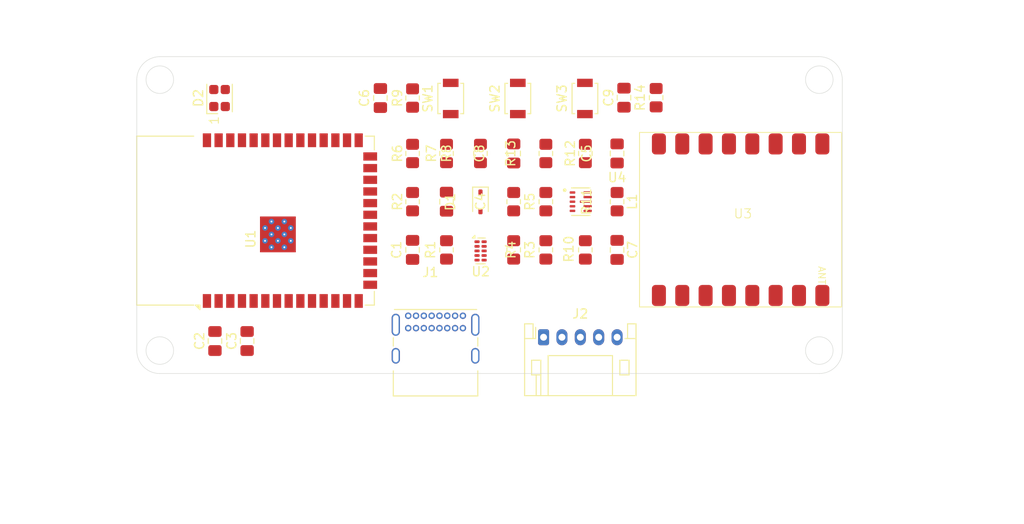
<source format=kicad_pcb>
(kicad_pcb (version 20240108) (generator "pcbnew") (generator_version "8.0")
  (layers (0 "F.Cu" signal) (31 "B.Cu" signal) (34 "B.Paste" user) (35 "F.Paste" user) (36 "B.SilkS" user "B.Silkscreen") (37 "F.SilkS" user "F.Silkscreen") (38 "B.Mask" user) (39 "F.Mask" user) (44 "Edge.Cuts" user))
  (net 0 "")
  (net 1 "+5V")
  (net 2 "Net-(D1-A)")
  (net 3 "CLK")
  (net 4 "GND")
  (net 6 "I2C_INT")
  (net 9 "data+")
  (net 10 "+3.3V")
  (net 11 "USR_BTN")
  (net 13 "LORA_RST")
  (net 14 "LED_R")
  (net 17 "MOSI")
  (net 18 "DCDC_MODE")
  (net 19 "CS")
  (net 23 "LED_G")
  (net 25 "LED_B")
  (net 29 "MISO")
  (net 31 "GPIO0")
  (net 33 "I2C_SCL")
  (net 35 "DIO1")
  (net 37 "LORA_BUSY")
  (net 39 "data-")
  (net 40 "I2C_SDA")
  (net 46 "CHIP_PU")
  (net 47 "Net-(D2-BK)")
  (net 48 "Net-(D2-RK)")
  (net 49 "Net-(D2-GK)")
  (net 50 "Net-(J1-SHIELD)")
  (net 52 "Net-(J1-CC2)")
  (net 53 "Net-(J1-CC1)")
  (net 55 "Net-(U4-L2)")
  (net 56 "Net-(U4-L1)")
  (net 57 "Net-(U4-PG)")
  (net 58 "Net-(U4-FB)")
  (footprint "Capacitor_SMD:C_0805_2012Metric_Pad1.18x1.45mm_HandSolder" (layer "F.Cu") (at 99.75 138.0375 -90)
    (property "Reference" "C8" (at 0 3.723333 90) (layer "F.SilkS"))
    (property "Value" "0.1uF/50V")
    (fp_line (start -0.261252 0.735) (end 0.261252 0.735) (stroke (width 0.12)) (layer "F.SilkS"))
    (fp_line (start -0.261252 -0.735) (end 0.261252 -0.735) (stroke (width 0.12)) (layer "F.SilkS"))
    (pad "1" smd roundrect (at -1.0375 0 270) (size 1.175 1.45) (layers "F.Cu" "F.Paste" "F.Mask") (roundrect_rratio 0.212766) (net 31 "GPIO0"))
    (pad "2" smd roundrect (at 1.0375 0 270) (size 1.175 1.45) (layers "F.Cu" "F.Paste" "F.Mask") (roundrect_rratio 0.212766) (net 4 "GND"))
  )
  (footprint "Resistor_SMD:R_0805_2012Metric_Pad1.20x1.40mm_HandSolder" (layer "F.Cu") (at 88.75 143.2875 90)
    (property "Reference" "R2" (at 0 -1.65 90) (layer "F.SilkS"))
    (property "Value" "10k")
    (fp_line (start -0.227064 -0.735) (end 0.227064 -0.735) (stroke (width 0.12)) (layer "F.SilkS"))
    (fp_line (start -0.227064 0.735) (end 0.227064 0.735) (stroke (width 0.12)) (layer "F.SilkS"))
    (pad "1" smd roundrect (at -1 0 90) (size 1.2 1.4) (layers "F.Cu" "F.Paste" "F.Mask") (roundrect_rratio 0.208333) (net 10 "+3.3V"))
    (pad "2" smd roundrect (at 1 0 90) (size 1.2 1.4) (layers "F.Cu" "F.Paste" "F.Mask") (roundrect_rratio 0.208333) (net 46 "CHIP_PU"))
  )
  (footprint "Capacitor_SMD:C_0805_2012Metric_Pad1.18x1.45mm_HandSolder" (layer "F.Cu") (at 111.75 131.9625 90)
    (property "Reference" "C9" (at 0 -1.68 90) (layer "F.SilkS"))
    (property "Value" "0.1uF/50V")
    (fp_line (start -0.261252 -0.735) (end 0.261252 -0.735) (stroke (width 0.12)) (layer "F.SilkS"))
    (fp_line (start -0.261252 0.735) (end 0.261252 0.735) (stroke (width 0.12)) (layer "F.SilkS"))
    (pad "1" smd roundrect (at -1.0375 0 90) (size 1.175 1.45) (layers "F.Cu" "F.Paste" "F.Mask") (roundrect_rratio 0.212766) (net 11 "USR_BTN"))
    (pad "2" smd roundrect (at 1.0375 0 90) (size 1.175 1.45) (layers "F.Cu" "F.Paste" "F.Mask") (roundrect_rratio 0.212766) (net 4 "GND"))
  )
  (footprint "Resistor_SMD:R_0805_2012Metric_Pad1.20x1.40mm_HandSolder" (layer "F.Cu") (at 107.5475 148.5375 90)
    (property "Reference" "R10" (at 0.0875 -1.8 90) (layer "F.SilkS"))
    (property "Value" "100k")
    (fp_line (start -0.227064 -0.735) (end 0.227064 -0.735) (stroke (width 0.12)) (layer "F.SilkS"))
    (fp_line (start -0.227064 0.735) (end 0.227064 0.735) (stroke (width 0.12)) (layer "F.SilkS"))
    (pad "1" smd roundrect (at -1 0 90) (size 1.2 1.4) (layers "F.Cu" "F.Paste" "F.Mask") (roundrect_rratio 0.208333) (net 57 "Net-(U4-PG)"))
    (pad "2" smd roundrect (at 1 0 90) (size 1.2 1.4) (layers "F.Cu" "F.Paste" "F.Mask") (roundrect_rratio 0.208333) (net 10 "+3.3V"))
  )
  (footprint "Package_SON:USON-10_2.5x1.0mm_P0.5mm" (layer "F.Cu") (at 96.149166 148.65)
    (property "Reference" "U2" (at 0.01829 2.25 360) (layer "F.SilkS"))
    (property "Value" "TPD4E02B04DQA")
    (fp_line (start 0.5 -1.41) (end -0.29 -1.41) (stroke (width 0.12)) (layer "F.SilkS"))
    (fp_line (start 0.5 1.41) (end -0.5 1.41) (stroke (width 0.12)) (layer "F.SilkS"))
    (fp_poly (pts (xy -0.62 -1.41) (xy -0.9 -1.41) (xy -0.62 -1.69) (xy -0.62 -1.41)) (stroke (width 0.12)) (fill solid) (layer "F.SilkS"))
    (pad "1" smd roundrect (at -0.385 -1 270) (size 0.3 0.55) (layers "F.Cu" "F.Paste" "F.Mask") (net 39 "data-"))
    (pad "2" smd roundrect (at -0.385 -0.5 270) (size 0.3 0.55) (layers "F.Cu" "F.Paste" "F.Mask") (net 9 "data+"))
    (pad "3" smd roundrect (at -0.385 0 270) (size 0.3 0.55) (layers "F.Cu" "F.Paste" "F.Mask") (net 4 "GND"))
    (pad "4" smd roundrect (at -0.385 0.5 270) (size 0.3 0.55) (layers "F.Cu" "F.Paste" "F.Mask"))
    (pad "5" smd roundrect (at -0.385 1 270) (size 0.3 0.55) (layers "F.Cu" "F.Paste" "F.Mask") (net 1 "+5V"))
    (pad "6" smd roundrect (at 0.385 1 270) (size 0.3 0.55) (layers "F.Cu" "F.Paste" "F.Mask"))
    (pad "7" smd roundrect (at 0.385 0.5 270) (size 0.3 0.55) (layers "F.Cu" "F.Paste" "F.Mask"))
    (pad "8" smd roundrect (at 0.385 0 270) (size 0.3 0.55) (layers "F.Cu" "F.Paste" "F.Mask") (net 4 "GND"))
    (pad "9" smd roundrect (at 0.385 -0.5 270) (size 0.3 0.55) (layers "F.Cu" "F.Paste" "F.Mask"))
    (pad "10" smd roundrect (at 0.385 -1 270) (size 0.3 0.55) (layers "F.Cu" "F.Paste" "F.Mask"))
  )
  (footprint "Capacitor_SMD:C_0805_2012Metric_Pad1.18x1.45mm_HandSolder" (layer "F.Cu") (at 111 138.0375 90)
    (property "Reference" "C5" (at 0 -3.32575 90) (layer "F.SilkS"))
    (property "Value" "10uF")
    (fp_line (start -0.261252 -0.735) (end 0.261252 -0.735) (stroke (width 0.12)) (layer "F.SilkS"))
    (fp_line (start -0.261252 0.735) (end 0.261252 0.735) (stroke (width 0.12)) (layer "F.SilkS"))
    (pad "1" smd roundrect (at -1.0375 0 90) (size 1.175 1.45) (layers "F.Cu" "F.Paste" "F.Mask") (roundrect_rratio 0.212766) (net 1 "+5V"))
    (pad "2" smd roundrect (at 1.0375 0 90) (size 1.175 1.45) (layers "F.Cu" "F.Paste" "F.Mask") (roundrect_rratio 0.212766) (net 4 "GND"))
  )
  (footprint "Resistor_SMD:R_0805_2012Metric_Pad1.20x1.40mm_HandSolder" (layer "F.Cu") (at 99.75 143.2875 90)
    (property "Reference" "R5" (at 0 1.75 90) (layer "F.SilkS"))
    (property "Value" "10k")
    (fp_line (start -0.227064 -0.735) (end 0.227064 -0.735) (stroke (width 0.12)) (layer "F.SilkS"))
    (fp_line (start -0.227064 0.735) (end 0.227064 0.735) (stroke (width 0.12)) (layer "F.SilkS"))
    (pad "1" smd roundrect (at -1 0 90) (size 1.2 1.4) (layers "F.Cu" "F.Paste" "F.Mask") (roundrect_rratio 0.208333) (net 4 "GND"))
    (pad "2" smd roundrect (at 1 0 90) (size 1.2 1.4) (layers "F.Cu" "F.Paste" "F.Mask") (roundrect_rratio 0.208333) (net 18 "DCDC_MODE"))
  )
  (footprint "Capacitor_SMD:C_0805_2012Metric_Pad1.18x1.45mm_HandSolder" (layer "F.Cu") (at 92.443333 143.2875 90)
    (property "Reference" "C4" (at 0 3.693333 90) (layer "F.SilkS"))
    (property "Value" "10uF/25V")
    (fp_line (start -0.261252 -0.735) (end 0.261252 -0.735) (stroke (width 0.12)) (layer "F.SilkS"))
    (fp_line (start -0.261252 0.735) (end 0.261252 0.735) (stroke (width 0.12)) (layer "F.SilkS"))
    (pad "1" smd roundrect (at -1.0375 0 90) (size 1.175 1.45) (layers "F.Cu" "F.Paste" "F.Mask") (roundrect_rratio 0.212766) (net 1 "+5V"))
    (pad "2" smd roundrect (at 1.0375 0 90) (size 1.175 1.45) (layers "F.Cu" "F.Paste" "F.Mask") (roundrect_rratio 0.212766) (net 4 "GND"))
  )
  (footprint "Connector_USB:USB_C_Receptacle_GCT_USB4085" (layer "F.Cu") (at 88.275 155.71)
    (property "Reference" "J1" (at 2.418333 -4.725 0) (layer "F.SilkS"))
    (property "Value" "USB_C_Receptacle_USB2.0_16P")
    (fp_line (start -1.62 2.4) (end -1.62 3.3) (stroke (width 0.12)) (layer "F.SilkS"))
    (fp_line (start -1.62 6) (end -1.62 8.73) (stroke (width 0.12)) (layer "F.SilkS"))
    (fp_line (start -1.62 8.73) (end 7.57 8.73) (stroke (width 0.12)) (layer "F.SilkS"))
    (fp_line (start -1.5 -0.68) (end 7.45 -0.68) (stroke (width 0.12)) (layer "F.SilkS"))
    (fp_line (start 7.57 2.4) (end 7.57 3.3) (stroke (width 0.12)) (layer "F.SilkS"))
    (fp_line (start 7.57 6) (end 7.57 8.73) (stroke (width 0.12)) (layer "F.SilkS"))
    (pad "A1" thru_hole circle (at 0 0) (size 0.7 0.7) (drill 0.4) (layers "*.Cu" "*.Mask") (net 4 "GND"))
    (pad "A4" thru_hole circle (at 0.85 0) (size 0.7 0.7) (drill 0.4) (layers "*.Cu" "*.Mask") (net 2 "Net-(D1-A)"))
    (pad "A5" thru_hole circle (at 1.7 0) (size 0.7 0.7) (drill 0.4) (layers "*.Cu" "*.Mask") (net 53 "Net-(J1-CC1)"))
    (pad "A6" thru_hole circle (at 2.55 0) (size 0.7 0.7) (drill 0.4) (layers "*.Cu" "*.Mask") (net 9 "data+"))
    (pad "A7" thru_hole circle (at 3.4 0) (size 0.7 0.7) (drill 0.4) (layers "*.Cu" "*.Mask") (net 39 "data-"))
    (pad "A8" thru_hole circle (at 4.25 0) (size 0.7 0.7) (drill 0.4) (layers "*.Cu" "*.Mask"))
    (pad "A9" thru_hole circle (at 5.1 0) (size 0.7 0.7) (drill 0.4) (layers "*.Cu" "*.Mask") (net 2 "Net-(D1-A)"))
    (pad "A12" thru_hole circle (at 5.95 0) (size 0.7 0.7) (drill 0.4) (layers "*.Cu" "*.Mask") (net 4 "GND"))
    (pad "B1" thru_hole circle (at 5.95 1.35) (size 0.7 0.7) (drill 0.4) (layers "*.Cu" "*.Mask") (net 4 "GND"))
    (pad "B4" thru_hole circle (at 5.1 1.35) (size 0.7 0.7) (drill 0.4) (layers "*.Cu" "*.Mask") (net 2 "Net-(D1-A)"))
    (pad "B5" thru_hole circle (at 4.25 1.35) (size 0.7 0.7) (drill 0.4) (layers "*.Cu" "*.Mask") (net 52 "Net-(J1-CC2)"))
    (pad "B6" thru_hole circle (at 3.4 1.35) (size 0.7 0.7) (drill 0.4) (layers "*.Cu" "*.Mask") (net 9 "data+"))
    (pad "B7" thru_hole circle (at 2.55 1.35) (size 0.7 0.7) (drill 0.4) (layers "*.Cu" "*.Mask") (net 39 "data-"))
    (pad "B8" thru_hole circle (at 1.7 1.35) (size 0.7 0.7) (drill 0.4) (layers "*.Cu" "*.Mask"))
    (pad "B9" thru_hole circle (at 0.85 1.35) (size 0.7 0.7) (drill 0.4) (layers "*.Cu" "*.Mask") (net 2 "Net-(D1-A)"))
    (pad "B12" thru_hole circle (at 0 1.35) (size 0.7 0.7) (drill 0.4) (layers "*.Cu" "*.Mask") (net 4 "GND"))
    (pad "S1" thru_hole oval (at -1.35 0.98) (size 0.9 2.4) (drill oval 0.6 2.1) (layers "*.Cu" "*.Mask") (net 50 "Net-(J1-SHIELD)"))
    (pad "S1" thru_hole oval (at -1.35 4.36) (size 0.9 1.7) (drill oval 0.6 1.4) (layers "*.Cu" "*.Mask") (net 50 "Net-(J1-SHIELD)"))
    (pad "S1" thru_hole oval (at 7.3 0.98) (size 0.9 2.4) (drill oval 0.6 2.1) (layers "*.Cu" "*.Mask") (net 50 "Net-(J1-SHIELD)"))
    (pad "S1" thru_hole oval (at 7.3 4.36) (size 0.9 1.7) (drill oval 0.6 1.4) (layers "*.Cu" "*.Mask") (net 50 "Net-(J1-SHIELD)"))
  )
  (footprint "Capacitor_SMD:C_0805_2012Metric_Pad1.18x1.45mm_HandSolder" (layer "F.Cu") (at 85.25 132 -90)
    (property "Reference" "C6" (at 0 1.75 90) (layer "F.SilkS"))
    (property "Value" "0.1uF/50V")
    (fp_line (start -0.261252 0.735) (end 0.261252 0.735) (stroke (width 0.12)) (layer "F.SilkS"))
    (fp_line (start -0.261252 -0.735) (end 0.261252 -0.735) (stroke (width 0.12)) (layer "F.SilkS"))
    (pad "1" smd roundrect (at -1.0375 0 270) (size 1.175 1.45) (layers "F.Cu" "F.Paste" "F.Mask") (roundrect_rratio 0.212766) (net 46 "CHIP_PU"))
    (pad "2" smd roundrect (at 1.0375 0 270) (size 1.175 1.45) (layers "F.Cu" "F.Paste" "F.Mask") (roundrect_rratio 0.212766) (net 4 "GND"))
  )
  (footprint "Capacitor_SMD:C_0805_2012Metric_Pad1.18x1.45mm_HandSolder" (layer "F.Cu") (at 67.25 158.4625 90)
    (property "Reference" "C2" (at 0 -1.68 90) (layer "F.SilkS"))
    (property "Value" "10uF/25V")
    (fp_line (start -0.261252 -0.735) (end 0.261252 -0.735) (stroke (width 0.12)) (layer "F.SilkS"))
    (fp_line (start -0.261252 0.735) (end 0.261252 0.735) (stroke (width 0.12)) (layer "F.SilkS"))
    (pad "1" smd roundrect (at -1.0375 0 90) (size 1.175 1.45) (layers "F.Cu" "F.Paste" "F.Mask") (roundrect_rratio 0.212766) (net 4 "GND"))
    (pad "2" smd roundrect (at 1.0375 0 90) (size 1.175 1.45) (layers "F.Cu" "F.Paste" "F.Mask") (roundrect_rratio 0.212766) (net 10 "+3.3V"))
  )
  (footprint "Diode_SMD:D_SOD-323" (layer "F.Cu") (at 96.136666 143.31 -90)
    (property "Reference" "D1" (at 0 3.271667 90) (layer "F.SilkS"))
    (property "Value" "1N5819WS")
    (fp_line (start -1.61 0.85) (end 1.05 0.85) (stroke (width 0.12)) (layer "F.SilkS"))
    (fp_line (start -1.61 -0.85) (end -1.61 0.85) (stroke (width 0.12)) (layer "F.SilkS"))
    (fp_line (start -1.61 -0.85) (end 1.05 -0.85) (stroke (width 0.12)) (layer "F.SilkS"))
    (pad "1" smd roundrect (at -1.05 0 270) (size 0.6 0.45) (layers "F.Cu" "F.Paste" "F.Mask") (net 1 "+5V"))
    (pad "2" smd roundrect (at 1.05 0 270) (size 0.6 0.45) (layers "F.Cu" "F.Paste" "F.Mask") (net 2 "Net-(D1-A)"))
  )
  (footprint "TPS63802DLAR_foot:VREG_TPS63802DLAR" (layer "F.Cu") (at 107.0475 143.2875)
    (property "Reference" "U4" (at 3.9525 -2.635 360) (layer "F.SilkS"))
    (property "Value" "TPS63802DLAR")
    (fp_line (start -1 -1.5) (end 1 -1.5) (stroke (width 0.127)) (layer "F.SilkS"))
    (fp_line (start -1 1.5) (end 1 1.5) (stroke (width 0.127)) (layer "F.SilkS"))
    (fp_circle (center -1.75 -1.25) (end -1.65 -1.25) (stroke (width 0.2)) (fill none) (layer "F.SilkS"))
    (pad "1" smd roundrect (at -0.9 -1) (size 0.6 0.25) (layers "F.Cu" "F.Paste") (roundrect_rratio 0.2) (net 1 "+5V"))
    (pad "2" smd roundrect (at -0.9 -0.5) (size 0.6 0.25) (layers "F.Cu" "F.Paste") (roundrect_rratio 0.2) (net 18 "DCDC_MODE"))
    (pad "3" smd roundrect (at -0.9 0) (size 0.6 0.25) (layers "F.Cu" "F.Paste") (roundrect_rratio 0.2) (net 4 "GND"))
    (pad "4" smd roundrect (at -0.9 0.5) (size 0.6 0.25) (layers "F.Cu" "F.Paste") (roundrect_rratio 0.2) (net 58 "Net-(U4-FB)"))
    (pad "5" smd roundrect (at -0.9 1) (size 0.6 0.25) (layers "F.Cu" "F.Paste") (roundrect_rratio 0.2) (net 57 "Net-(U4-PG)"))
    (pad "6" smd roundrect (at 0.75 1) (size 0.9 0.25) (layers "F.Cu" "F.Paste") (roundrect_rratio 0.2) (net 10 "+3.3V"))
    (pad "7" smd roundrect (at 0.75 0.5) (size 0.9 0.25) (layers "F.Cu" "F.Paste") (roundrect_rratio 0.2) (net 55 "Net-(U4-L2)"))
    (pad "8" smd roundrect (at 0.55 0) (size 1.3 0.25) (layers "F.Cu") (roundrect_rratio 0.2) (net 4 "GND"))
    (pad "9" smd roundrect (at 0.75 -0.5) (size 0.9 0.25) (layers "F.Cu" "F.Paste") (roundrect_rratio 0.2) (net 56 "Net-(U4-L1)"))
    (pad "10" smd roundrect (at 0.75 -1) (size 0.9 0.25) (layers "F.Cu" "F.Paste") (roundrect_rratio 0.2) (net 1 "+5V"))
  )
  (footprint "Connector_JST:JST_PH_S5B-PH-K_1x05_P2.00mm_Horizontal" (layer "F.Cu") (at 103 158.05)
    (property "Reference" "J2" (at 4 -2.55 360) (layer "F.SilkS"))
    (property "Value" "Conn_01x05_Socket")
    (fp_line (start -2.06 -1.46) (end -2.06 6.36) (stroke (width 0.12)) (layer "F.SilkS"))
    (fp_line (start -2.06 0.14) (end -1.14 0.14) (stroke (width 0.12)) (layer "F.SilkS"))
    (fp_line (start -2.06 6.36) (end 10.06 6.36) (stroke (width 0.12)) (layer "F.SilkS"))
    (fp_line (start -1.3 2.5) (end -1.3 4.1) (stroke (width 0.12)) (layer "F.SilkS"))
    (fp_line (start -1.3 4.1) (end -0.3 4.1) (stroke (width 0.12)) (layer "F.SilkS"))
    (fp_line (start -1.14 -1.46) (end -2.06 -1.46) (stroke (width 0.12)) (layer "F.SilkS"))
    (fp_line (start -1.14 0.14) (end -1.14 -1.46) (stroke (width 0.12)) (layer "F.SilkS"))
    (fp_line (start -0.86 0.14) (end -1.14 0.14) (stroke (width 0.12)) (layer "F.SilkS"))
    (fp_line (start -0.86 0.14) (end -0.86 -1.075) (stroke (width 0.12)) (layer "F.SilkS"))
    (fp_line (start -0.8 4.1) (end -0.8 6.36) (stroke (width 0.12)) (layer "F.SilkS"))
    (fp_line (start -0.3 2.5) (end -1.3 2.5) (stroke (width 0.12)) (layer "F.SilkS"))
    (fp_line (start -0.3 4.1) (end -0.3 2.5) (stroke (width 0.12)) (layer "F.SilkS"))
    (fp_line (start -0.3 4.1) (end -0.3 6.36) (stroke (width 0.12)) (layer "F.SilkS"))
    (fp_line (start 0.5 2) (end 7.5 2) (stroke (width 0.12)) (layer "F.SilkS"))
    (fp_line (start 0.5 6.36) (end 0.5 2) (stroke (width 0.12)) (layer "F.SilkS"))
    (fp_line (start 7.5 2) (end 7.5 6.36) (stroke (width 0.12)) (layer "F.SilkS"))
    (fp_line (start 8.3 2.5) (end 9.3 2.5) (stroke (width 0.12)) (layer "F.SilkS"))
    (fp_line (start 8.3 4.1) (end 8.3 2.5) (stroke (width 0.12)) (layer "F.SilkS"))
    (fp_line (start 9.14 -1.46) (end 9.14 0.14) (stroke (width 0.12)) (layer "F.SilkS"))
    (fp_line (start 9.14 0.14) (end 8.86 0.14) (stroke (width 0.12)) (layer "F.SilkS"))
    (fp_line (start 9.3 2.5) (end 9.3 4.1) (stroke (width 0.12)) (layer "F.SilkS"))
    (fp_line (start 9.3 4.1) (end 8.3 4.1) (stroke (width 0.12)) (layer "F.SilkS"))
    (fp_line (start 10.06 -1.46) (end 9.14 -1.46) (stroke (width 0.12)) (layer "F.SilkS"))
    (fp_line (start 10.06 0.14) (end 9.14 0.14) (stroke (width 0.12)) (layer "F.SilkS"))
    (fp_line (start 10.06 6.36) (end 10.06 -1.46) (stroke (width 0.12)) (layer "F.SilkS"))
    (pad "1" thru_hole roundrect (at 0 0) (size 1.2 1.75) (drill 0.75) (layers "*.Cu" "*.Mask") (roundrect_rratio 0.208333) (net 4 "GND"))
    (pad "2" thru_hole oval (at 2 0) (size 1.2 1.75) (drill 0.75) (layers "*.Cu" "*.Mask") (net 10 "+3.3V"))
    (pad "3" thru_hole oval (at 4 0) (size 1.2 1.75) (drill 0.75) (layers "*.Cu" "*.Mask") (net 40 "I2C_SDA"))
    (pad "4" thru_hole oval (at 6 0) (size 1.2 1.75) (drill 0.75) (layers "*.Cu" "*.Mask") (net 33 "I2C_SCL"))
    (pad "5" thru_hole oval (at 8 0) (size 1.2 1.75) (drill 0.75) (layers "*.Cu" "*.Mask") (net 6 "I2C_INT"))
  )
  (footprint "RF_Module:ESP32-S3-WROOM-1" (layer "F.Cu") (at 71.64 145.35 90)
    (property "Reference" "U1" (at -2 -0.5 90) (layer "F.SilkS"))
    (property "Value" "ESP32-S3-WROOM-1")
    (fp_line (start 9.2 -12.9) (end 9.2 -6.7) (stroke (width 0.12)) (layer "F.SilkS"))
    (fp_line (start -9.2 -12.9) (end 9.2 -12.9) (stroke (width 0.12)) (layer "F.SilkS"))
    (fp_line (start -9.2 -12.9) (end -9.2 -6.7) (stroke (width 0.12)) (layer "F.SilkS"))
    (fp_line (start -9.2 11.95) (end -9.2 12.95) (stroke (width 0.12)) (layer "F.SilkS"))
    (fp_line (start 9.2 12.95) (end 9.2 11.95) (stroke (width 0.12)) (layer "F.SilkS"))
    (fp_line (start 9.2 12.95) (end 7.7 12.95) (stroke (width 0.12)) (layer "F.SilkS"))
    (fp_line (start -9.2 12.95) (end -7.7 12.95) (stroke (width 0.12)) (layer "F.SilkS"))
    (fp_poly (pts (xy -9.2 -6.025) (xy -9.7 -6.025) (xy -9.2 -6.525) (xy -9.2 -6.025)) (stroke (width 0.12)) (fill solid) (layer "F.SilkS"))
    (pad "1" smd rect (at -8.75 -5.26 90) (size 1.5 0.9) (layers "F.Cu" "F.Paste" "F.Mask") (net 4 "GND"))
    (pad "2" smd rect (at -8.75 -3.99 90) (size 1.5 0.9) (layers "F.Cu" "F.Paste" "F.Mask") (net 10 "+3.3V"))
    (pad "3" smd rect (at -8.75 -2.72 90) (size 1.5 0.9) (layers "F.Cu" "F.Paste" "F.Mask") (net 46 "CHIP_PU"))
    (pad "4" smd rect (at -8.75 -1.45 90) (size 1.5 0.9) (layers "F.Cu" "F.Paste" "F.Mask") (net 14 "LED_R"))
    (pad "5" smd rect (at -8.75 -0.18 90) (size 1.5 0.9) (layers "F.Cu" "F.Paste" "F.Mask") (net 23 "LED_G"))
    (pad "6" smd rect (at -8.75 1.09 90) (size 1.5 0.9) (layers "F.Cu" "F.Paste" "F.Mask") (net 25 "LED_B"))
    (pad "7" smd rect (at -8.75 2.36 90) (size 1.5 0.9) (layers "F.Cu" "F.Paste" "F.Mask") (net 37 "LORA_BUSY"))
    (pad "8" smd rect (at -8.75 3.63 90) (size 1.5 0.9) (layers "F.Cu" "F.Paste" "F.Mask"))
    (pad "9" smd rect (at -8.75 4.9 90) (size 1.5 0.9) (layers "F.Cu" "F.Paste" "F.Mask"))
    (pad "10" smd rect (at -8.75 6.17 90) (size 1.5 0.9) (layers "F.Cu" "F.Paste" "F.Mask") (net 6 "I2C_INT"))
    (pad "11" smd rect (at -8.75 7.44 90) (size 1.5 0.9) (layers "F.Cu" "F.Paste" "F.Mask"))
    (pad "12" smd rect (at -8.75 8.71 90) (size 1.5 0.9) (layers "F.Cu" "F.Paste" "F.Mask") (net 40 "I2C_SDA"))
    (pad "13" smd rect (at -8.75 9.98 90) (size 1.5 0.9) (layers "F.Cu" "F.Paste" "F.Mask") (net 39 "data-"))
    (pad "14" smd rect (at -8.75 11.25 270) (size 1.5 0.9) (layers "F.Cu" "F.Paste" "F.Mask") (net 9 "data+"))
    (pad "15" smd rect (at -6.985 12.5) (size 1.5 0.9) (layers "F.Cu" "F.Paste" "F.Mask"))
    (pad "16" smd rect (at -5.715 12.5) (size 1.5 0.9) (layers "F.Cu" "F.Paste" "F.Mask"))
    (pad "17" smd rect (at -4.445 12.5) (size 1.5 0.9) (layers "F.Cu" "F.Paste" "F.Mask") (net 33 "I2C_SCL"))
    (pad "18" smd rect (at -3.175 12.5) (size 1.5 0.9) (layers "F.Cu" "F.Paste" "F.Mask") (net 19 "CS"))
    (pad "19" smd rect (at -1.905 12.5) (size 1.5 0.9) (layers "F.Cu" "F.Paste" "F.Mask") (net 17 "MOSI"))
    (pad "20" smd rect (at -0.635 12.5) (size 1.5 0.9) (layers "F.Cu" "F.Paste" "F.Mask") (net 3 "CLK"))
    (pad "21" smd rect (at 0.635 12.5) (size 1.5 0.9) (layers "F.Cu" "F.Paste" "F.Mask") (net 29 "MISO"))
    (pad "22" smd rect (at 1.905 12.5) (size 1.5 0.9) (layers "F.Cu" "F.Paste" "F.Mask") (net 13 "LORA_RST"))
    (pad "23" smd rect (at 3.175 12.5) (size 1.5 0.9) (layers "F.Cu" "F.Paste" "F.Mask"))
    (pad "24" smd rect (at 4.445 12.5) (size 1.5 0.9) (layers "F.Cu" "F.Paste" "F.Mask"))
    (pad "25" smd rect (at 5.715 12.5) (size 1.5 0.9) (layers "F.Cu" "F.Paste" "F.Mask"))
    (pad "26" smd rect (at 6.985 12.5) (size 1.5 0.9) (layers "F.Cu" "F.Paste" "F.Mask"))
    (pad "27" smd rect (at 8.75 11.25 90) (size 1.5 0.9) (layers "F.Cu" "F.Paste" "F.Mask") (net 31 "GPIO0"))
    (pad "28" smd rect (at 8.75 9.98 90) (size 1.5 0.9) (layers "F.Cu" "F.Paste" "F.Mask"))
    (pad "29" smd rect (at 8.75 8.71 90) (size 1.5 0.9) (layers "F.Cu" "F.Paste" "F.Mask"))
    (pad "30" smd rect (at 8.75 7.44 90) (size 1.5 0.9) (layers "F.Cu" "F.Paste" "F.Mask"))
    (pad "31" smd rect (at 8.75 6.17 90) (size 1.5 0.9) (layers "F.Cu" "F.Paste" "F.Mask") (net 18 "DCDC_MODE"))
    (pad "32" smd rect (at 8.75 4.9 90) (size 1.5 0.9) (layers "F.Cu" "F.Paste" "F.Mask"))
    (pad "33" smd rect (at 8.75 3.63 90) (size 1.5 0.9) (layers "F.Cu" "F.Paste" "F.Mask"))
    (pad "34" smd rect (at 8.75 2.36 90) (size 1.5 0.9) (layers "F.Cu" "F.Paste" "F.Mask"))
    (pad "35" smd rect (at 8.75 1.09 90) (size 1.5 0.9) (layers "F.Cu" "F.Paste" "F.Mask"))
    (pad "36" smd rect (at 8.75 -0.18 90) (size 1.5 0.9) (layers "F.Cu" "F.Paste" "F.Mask"))
    (pad "37" smd rect (at 8.75 -1.45 90) (size 1.5 0.9) (layers "F.Cu" "F.Paste" "F.Mask"))
    (pad "38" smd rect (at 8.75 -2.72 90) (size 1.5 0.9) (layers "F.Cu" "F.Paste" "F.Mask") (net 35 "DIO1"))
    (pad "39" smd rect (at 8.75 -3.99 90) (size 1.5 0.9) (layers "F.Cu" "F.Paste" "F.Mask") (net 11 "USR_BTN"))
    (pad "40" smd rect (at 8.75 -5.26 90) (size 1.5 0.9) (layers "F.Cu" "F.Paste" "F.Mask") (net 4 "GND"))
    (pad "41" thru_hole circle (at -2.9 1.76 180) (size 0.6 0.6) (drill 0.2) (property pad_prop_heatsink) (layers "*.Cu" "F.Mask") (net 4 "GND"))
    (pad "41" thru_hole circle (at -2.9 3.16 90) (size 0.6 0.6) (drill 0.2) (property pad_prop_heatsink) (layers "*.Cu" "F.Mask") (net 4 "GND"))
    (pad "41" thru_hole circle (at -2.2 1.06 90) (size 0.6 0.6) (drill 0.2) (property pad_prop_heatsink) (layers "*.Cu" "F.Mask") (net 4 "GND"))
    (pad "41" thru_hole circle (at -2.2 2.46 90) (size 0.6 0.6) (drill 0.2) (property pad_prop_heatsink) (layers "*.Cu" "F.Mask") (net 4 "GND"))
    (pad "41" thru_hole circle (at -2.2 3.86 90) (size 0.6 0.6) (drill 0.2) (property pad_prop_heatsink) (layers "*.Cu" "F.Mask") (net 4 "GND"))
    (pad "41" thru_hole circle (at -1.5 1.76 90) (size 0.6 0.6) (drill 0.2) (property pad_prop_heatsink) (layers "*.Cu" "F.Mask") (net 4 "GND"))
    (pad "41" smd rect (at -1.5 2.46) (size 3.9 3.9) (layers "F.Cu" "F.Mask") (net 4 "GND"))
    (pad "41" thru_hole circle (at -1.5 3.16 90) (size 0.6 0.6) (drill 0.2) (property pad_prop_heatsink) (layers "*.Cu" "F.Mask") (net 4 "GND"))
    (pad "41" thru_hole circle (at -0.8 1.06 90) (size 0.6 0.6) (drill 0.2) (property pad_prop_heatsink) (layers "*.Cu" "F.Mask") (net 4 "GND"))
    (pad "41" thru_hole circle (at -0.8 2.46 90) (size 0.6 0.6) (drill 0.2) (property pad_prop_heatsink) (layers "*.Cu" "F.Mask") (net 4 "GND"))
    (pad "41" thru_hole circle (at -0.8 3.86 90) (size 0.6 0.6) (drill 0.2) (property pad_prop_heatsink) (layers "*.Cu" "F.Mask") (net 4 "GND"))
    (pad "41" thru_hole circle (at -0.1 1.76 90) (size 0.6 0.6) (drill 0.2) (property pad_prop_heatsink) (layers "*.Cu" "F.Mask") (net 4 "GND"))
    (pad "41" thru_hole circle (at -0.1 3.16 90) (size 0.6 0.6) (drill 0.2) (property pad_prop_heatsink) (layers "*.Cu" "F.Mask") (net 4 "GND"))
  )
  (footprint "CustomFootprints:SX1262 Core" (layer "F.Cu") (at 133.33 154.75 180)
    (property "Reference" "U3" (at 8.64 10.15 0) (layer "F.SilkS") (effects (font (thickness 0.1))))
    (property "Value" "SX1262 Core")
    (fp_rect (start -2.11 0) (end 19.89 19) (stroke (width 0.1)) (fill none) (layer "F.SilkS"))
    (fp_text user "ANT" (at 0.5 4.5 -90) (layer "F.SilkS") (effects (font (size 0.75 0.75) (thickness 0.1)) (justify left bottom)))
    (pad "1" smd roundrect (at 0 1.25 270) (size 2.286 1.524) (layers "F.Cu" "F.Paste" "F.Mask") (net 4 "GND"))
    (pad "2" smd roundrect (at 2.54 1.25 270) (size 2.286 1.524) (layers "F.Cu" "F.Paste" "F.Mask") (net 4 "GND"))
    (pad "3" smd roundrect (at 5.08 1.25 270) (size 2.286 1.524) (layers "F.Cu" "F.Paste" "F.Mask") (net 19 "CS"))
    (pad "4" smd roundrect (at 7.62 1.25 270) (size 2.286 1.524) (layers "F.Cu" "F.Paste" "F.Mask") (net 3 "CLK"))
    (pad "5" smd roundrect (at 10.16 1.25 270) (size 2.286 1.524) (layers "F.Cu" "F.Paste" "F.Mask") (net 17 "MOSI"))
    (pad "6" smd roundrect (at 12.7 1.25 270) (size 2.286 1.524) (layers "F.Cu" "F.Paste" "F.Mask") (net 29 "MISO"))
    (pad "7" smd roundrect (at 15.24 1.25 270) (size 2.286 1.524) (layers "F.Cu" "F.Paste" "F.Mask") (net 13 "LORA_RST"))
    (pad "8" smd roundrect (at 17.78 1.25 270) (size 2.286 1.524) (layers "F.Cu" "F.Paste" "F.Mask") (net 37 "LORA_BUSY"))
    (pad "9" smd roundrect (at 17.78 17.75 270) (size 2.286 1.524) (layers "F.Cu" "F.Paste" "F.Mask") (net 10 "+3.3V"))
    (pad "10" smd roundrect (at 15.24 17.75 270) (size 2.286 1.524) (layers "F.Cu" "F.Paste" "F.Mask") (net 4 "GND"))
    (pad "11" smd roundrect (at 12.7 17.75 270) (size 2.286 1.524) (layers "F.Cu" "F.Paste" "F.Mask") (net 35 "DIO1"))
    (pad "12" smd roundrect (at 10.16 17.75 270) (size 2.286 1.524) (layers "F.Cu" "F.Paste" "F.Mask"))
    (pad "13" smd roundrect (at 7.62 17.75 270) (size 2.286 1.524) (layers "F.Cu" "F.Paste" "F.Mask"))
    (pad "14" smd roundrect (at 5.08 17.75 270) (size 2.286 1.524) (layers "F.Cu" "F.Paste" "F.Mask"))
    (pad "15" smd roundrect (at 2.54 17.75 270) (size 2.286 1.524) (layers "F.Cu" "F.Paste" "F.Mask") (net 4 "GND"))
    (pad "16" smd roundrect (at 0 17.75 270) (size 2.286 1.524) (layers "F.Cu" "F.Paste" "F.Mask") (net 4 "GND"))
  )
  (footprint "Resistor_SMD:R_0805_2012Metric_Pad1.20x1.40mm_HandSolder" (layer "F.Cu") (at 111 143.2875 -90)
    (property "Reference" "L1" (at 0 -1.65 90) (layer "F.SilkS"))
    (property "Value" "0.47uH")
    (fp_line (start -0.227064 0.735) (end 0.227064 0.735) (stroke (width 0.12)) (layer "F.SilkS"))
    (fp_line (start -0.227064 -0.735) (end 0.227064 -0.735) (stroke (width 0.12)) (layer "F.SilkS"))
    (pad "1" smd roundrect (at -1 0 270) (size 1.2 1.4) (layers "F.Cu" "F.Paste" "F.Mask") (roundrect_rratio 0.208333) (net 56 "Net-(U4-L1)"))
    (pad "2" smd roundrect (at 1 0 270) (size 1.2 1.4) (layers "F.Cu" "F.Paste" "F.Mask") (roundrect_rratio 0.208333) (net 55 "Net-(U4-L2)"))
  )
  (footprint "Capacitor_SMD:C_0805_2012Metric_Pad1.18x1.45mm_HandSolder" (layer "F.Cu") (at 111 148.5375 -90)
    (property "Reference" "C7" (at 0 -1.68 90) (layer "F.SilkS"))
    (property "Value" "22uF")
    (fp_line (start -0.261252 0.735) (end 0.261252 0.735) (stroke (width 0.12)) (layer "F.SilkS"))
    (fp_line (start -0.261252 -0.735) (end 0.261252 -0.735) (stroke (width 0.12)) (layer "F.SilkS"))
    (pad "1" smd roundrect (at -1.0375 0 270) (size 1.175 1.45) (layers "F.Cu" "F.Paste" "F.Mask") (roundrect_rratio 0.212766) (net 10 "+3.3V"))
    (pad "2" smd roundrect (at 1.0375 0 270) (size 1.175 1.45) (layers "F.Cu" "F.Paste" "F.Mask") (roundrect_rratio 0.212766) (net 4 "GND"))
  )
  (footprint "Capacitor_SMD:C_0805_2012Metric_Pad1.18x1.45mm_HandSolder" (layer "F.Cu") (at 88.75 148.5375 -90)
    (property "Reference" "C1" (at 0 1.75 90) (layer "F.SilkS"))
    (property "Value" "1uF")
    (fp_line (start -0.261252 0.735) (end 0.261252 0.735) (stroke (width 0.12)) (layer "F.SilkS"))
    (fp_line (start -0.261252 -0.735) (end 0.261252 -0.735) (stroke (width 0.12)) (layer "F.SilkS"))
    (pad "1" smd roundrect (at -1.0375 0 270) (size 1.175 1.45) (layers "F.Cu" "F.Paste" "F.Mask") (roundrect_rratio 0.212766) (net 46 "CHIP_PU"))
    (pad "2" smd roundrect (at 1.0375 0 270) (size 1.175 1.45) (layers "F.Cu" "F.Paste" "F.Mask") (roundrect_rratio 0.212766) (net 4 "GND"))
  )
  (footprint "Resistor_SMD:R_0805_2012Metric_Pad1.20x1.40mm_HandSolder" (layer "F.Cu") (at 115.25 131.9625 -90)
    (property "Reference" "R14" (at 0 1.75 90) (layer "F.SilkS"))
    (property "Value" "10k")
    (fp_line (start -0.227064 0.735) (end 0.227064 0.735) (stroke (width 0.12)) (layer "F.SilkS"))
    (fp_line (start -0.227064 -0.735) (end 0.227064 -0.735) (stroke (width 0.12)) (layer "F.SilkS"))
    (pad "1" smd roundrect (at -1 0 270) (size 1.2 1.4) (layers "F.Cu" "F.Paste" "F.Mask") (roundrect_rratio 0.208333) (net 10 "+3.3V"))
    (pad "2" smd roundrect (at 1 0 270) (size 1.2 1.4) (layers "F.Cu" "F.Paste" "F.Mask") (roundrect_rratio 0.208333) (net 11 "USR_BTN"))
  )
  (footprint "Resistor_SMD:R_0805_2012Metric_Pad1.20x1.40mm_HandSolder" (layer "F.Cu") (at 103.25 143.2875 90)
    (property "Reference" "R11" (at 0 4.42425 90) (layer "F.SilkS"))
    (property "Value" "511k")
    (fp_line (start -0.227064 -0.735) (end 0.227064 -0.735) (stroke (width 0.12)) (layer "F.SilkS"))
    (fp_line (start -0.227064 0.735) (end 0.227064 0.735) (stroke (width 0.12)) (layer "F.SilkS"))
    (pad "1" smd roundrect (at -1 0 90) (size 1.2 1.4) (layers "F.Cu" "F.Paste" "F.Mask") (roundrect_rratio 0.208333) (net 10 "+3.3V"))
    (pad "2" smd roundrect (at 1 0 90) (size 1.2 1.4) (layers "F.Cu" "F.Paste" "F.Mask") (roundrect_rratio 0.208333) (net 58 "Net-(U4-FB)"))
  )
  (footprint "Resistor_SMD:R_0805_2012Metric_Pad1.20x1.40mm_HandSolder" (layer "F.Cu") (at 96.136666 138.0375 90)
    (property "Reference" "R8" (at 0 -3.693333 90) (layer "F.SilkS"))
    (property "Value" "330")
    (fp_line (start -0.227064 -0.735) (end 0.227064 -0.735) (stroke (width 0.12)) (layer "F.SilkS"))
    (fp_line (start -0.227064 0.735) (end 0.227064 0.735) (stroke (width 0.12)) (layer "F.SilkS"))
    (pad "1" smd roundrect (at -1 0 90) (size 1.2 1.4) (layers "F.Cu" "F.Paste" "F.Mask") (roundrect_rratio 0.208333) (net 25 "LED_B"))
    (pad "2" smd roundrect (at 1 0 90) (size 1.2 1.4) (layers "F.Cu" "F.Paste" "F.Mask") (roundrect_rratio 0.208333) (net 47 "Net-(D2-BK)"))
  )
  (footprint "Capacitor_SMD:C_0805_2012Metric_Pad1.18x1.45mm_HandSolder" (layer "F.Cu") (at 70.75 158.4625 90)
    (property "Reference" "C3" (at 0 -1.68 90) (layer "F.SilkS"))
    (property "Value" "100nF/50V")
    (fp_line (start -0.261252 -0.735) (end 0.261252 -0.735) (stroke (width 0.12)) (layer "F.SilkS"))
    (fp_line (start -0.261252 0.735) (end 0.261252 0.735) (stroke (width 0.12)) (layer "F.SilkS"))
    (pad "1" smd roundrect (at -1.0375 0 90) (size 1.175 1.45) (layers "F.Cu" "F.Paste" "F.Mask") (roundrect_rratio 0.212766) (net 4 "GND"))
    (pad "2" smd roundrect (at 1.0375 0 90) (size 1.175 1.45) (layers "F.Cu" "F.Paste" "F.Mask") (roundrect_rratio 0.212766) (net 10 "+3.3V"))
  )
  (footprint "Resistor_SMD:R_0805_2012Metric_Pad1.20x1.40mm_HandSolder" (layer "F.Cu") (at 107.5475 138.0375 90)
    (property "Reference" "R12" (at 0 -1.65 90) (layer "F.SilkS"))
    (property "Value" "91k")
    (fp_line (start -0.227064 -0.735) (end 0.227064 -0.735) (stroke (width 0.12)) (layer "F.SilkS"))
    (fp_line (start -0.227064 0.735) (end 0.227064 0.735) (stroke (width 0.12)) (layer "F.SilkS"))
    (pad "1" smd roundrect (at -1 0 90) (size 1.2 1.4) (layers "F.Cu" "F.Paste" "F.Mask") (roundrect_rratio 0.208333) (net 58 "Net-(U4-FB)"))
    (pad "2" smd roundrect (at 1 0 90) (size 1.2 1.4) (layers "F.Cu" "F.Paste" "F.Mask") (roundrect_rratio 0.208333) (net 4 "GND"))
  )
  (footprint "Resistor_SMD:R_0805_2012Metric_Pad1.20x1.40mm_HandSolder" (layer "F.Cu") (at 92.443333 138.0375 90)
    (property "Reference" "R7" (at 0 -1.65 90) (layer "F.SilkS"))
    (property "Value" "330")
    (fp_line (start -0.227064 -0.735) (end 0.227064 -0.735) (stroke (width 0.12)) (layer "F.SilkS"))
    (fp_line (start -0.227064 0.735) (end 0.227064 0.735) (stroke (width 0.12)) (layer "F.SilkS"))
    (pad "1" smd roundrect (at -1 0 90) (size 1.2 1.4) (layers "F.Cu" "F.Paste" "F.Mask") (roundrect_rratio 0.208333) (net 23 "LED_G"))
    (pad "2" smd roundrect (at 1 0 90) (size 1.2 1.4) (layers "F.Cu" "F.Paste" "F.Mask") (roundrect_rratio 0.208333) (net 49 "Net-(D2-GK)"))
  )
  (footprint "Button_Switch_SMD:SW_SPST_B3U-1000P" (layer "F.Cu") (at 92.9 132.05 90)
    (property "Reference" "SW1" (at 0 -2.5 90) (layer "F.SilkS"))
    (property "Value" "SW_Push")
    (fp_line (start 1.65 -1.4) (end 1.65 -1.1) (stroke (width 0.12)) (layer "F.SilkS"))
    (fp_line (start -1.65 -1.4) (end 1.65 -1.4) (stroke (width 0.12)) (layer "F.SilkS"))
    (fp_line (start -1.65 -1.1) (end -1.65 -1.4) (stroke (width 0.12)) (layer "F.SilkS"))
    (fp_line (start -1.65 1.1) (end -1.65 1.4) (stroke (width 0.12)) (layer "F.SilkS"))
    (fp_line (start 1.65 1.4) (end 1.65 1.1) (stroke (width 0.12)) (layer "F.SilkS"))
    (fp_line (start -1.65 1.4) (end 1.65 1.4) (stroke (width 0.12)) (layer "F.SilkS"))
    (pad "1" smd rect (at -1.7 0 90) (size 0.9 1.7) (layers "F.Cu" "F.Paste" "F.Mask") (net 4 "GND"))
    (pad "2" smd rect (at 1.7 0 90) (size 0.9 1.7) (layers "F.Cu" "F.Paste" "F.Mask") (net 46 "CHIP_PU"))
  )
  (footprint "Resistor_SMD:R_0805_2012Metric_Pad1.20x1.40mm_HandSolder" (layer "F.Cu") (at 99.75 148.5375 90)
    (property "Reference" "R3" (at 0 1.75 90) (layer "F.SilkS"))
    (property "Value" "5.1K")
    (fp_line (start -0.227064 -0.735) (end 0.227064 -0.735) (stroke (width 0.12)) (layer "F.SilkS"))
    (fp_line (start -0.227064 0.735) (end 0.227064 0.735) (stroke (width 0.12)) (layer "F.SilkS"))
    (pad "1" smd roundrect (at -1 0 90) (size 1.2 1.4) (layers "F.Cu" "F.Paste" "F.Mask") (roundrect_rratio 0.208333) (net 52 "Net-(J1-CC2)"))
    (pad "2" smd roundrect (at 1 0 90) (size 1.2 1.4) (layers "F.Cu" "F.Paste" "F.Mask") (roundrect_rratio 0.208333) (net 4 "GND"))
  )
  (footprint "Resistor_SMD:R_0805_2012Metric_Pad1.20x1.40mm_HandSolder" (layer "F.Cu") (at 88.75 138.0375 90)
    (property "Reference" "R6" (at 0 -1.65 90) (layer "F.SilkS"))
    (property "Value" "330")
    (fp_line (start -0.227064 -0.735) (end 0.227064 -0.735) (stroke (width 0.12)) (layer "F.SilkS"))
    (fp_line (start -0.227064 0.735) (end 0.227064 0.735) (stroke (width 0.12)) (layer "F.SilkS"))
    (pad "1" smd roundrect (at -1 0 90) (size 1.2 1.4) (layers "F.Cu" "F.Paste" "F.Mask") (roundrect_rratio 0.208333) (net 14 "LED_R"))
    (pad "2" smd roundrect (at 1 0 90) (size 1.2 1.4) (layers "F.Cu" "F.Paste" "F.Mask") (roundrect_rratio 0.208333) (net 48 "Net-(D2-RK)"))
  )
  (footprint "Resistor_SMD:R_0805_2012Metric_Pad1.20x1.40mm_HandSolder" (layer "F.Cu") (at 103.25 148.5375 90)
    (property "Reference" "R4" (at 0 -3.805 90) (layer "F.SilkS"))
    (property "Value" "5.1K")
    (fp_line (start -0.227064 -0.735) (end 0.227064 -0.735) (stroke (width 0.12)) (layer "F.SilkS"))
    (fp_line (start -0.227064 0.735) (end 0.227064 0.735) (stroke (width 0.12)) (layer "F.SilkS"))
    (pad "1" smd roundrect (at -1 0 90) (size 1.2 1.4) (layers "F.Cu" "F.Paste" "F.Mask") (roundrect_rratio 0.208333) (net 53 "Net-(J1-CC1)"))
    (pad "2" smd roundrect (at 1 0 90) (size 1.2 1.4) (layers "F.Cu" "F.Paste" "F.Mask") (roundrect_rratio 0.208333) (net 4 "GND"))
  )
  (footprint "Resistor_SMD:R_0805_2012Metric_Pad1.20x1.40mm_HandSolder" (layer "F.Cu") (at 103.25 138.0375 -90)
    (property "Reference" "R13" (at 0 3.833332 90) (layer "F.SilkS"))
    (property "Value" "10k")
    (fp_line (start -0.227064 0.735) (end 0.227064 0.735) (stroke (width 0.12)) (layer "F.SilkS"))
    (fp_line (start -0.227064 -0.735) (end 0.227064 -0.735) (stroke (width 0.12)) (layer "F.SilkS"))
    (pad "1" smd roundrect (at -1 0 270) (size 1.2 1.4) (layers "F.Cu" "F.Paste" "F.Mask") (roundrect_rratio 0.208333) (net 10 "+3.3V"))
    (pad "2" smd roundrect (at 1 0 270) (size 1.2 1.4) (layers "F.Cu" "F.Paste" "F.Mask") (roundrect_rratio 0.208333) (net 31 "GPIO0"))
  )
  (footprint "Resistor_SMD:R_0805_2012Metric_Pad1.20x1.40mm_HandSolder" (layer "F.Cu") (at 92.443333 148.5375 -90)
    (property "Reference" "R1" (at 0 1.75 90) (layer "F.SilkS"))
    (property "Value" "1M")
    (fp_line (start -0.227064 0.735) (end 0.227064 0.735) (stroke (width 0.12)) (layer "F.SilkS"))
    (fp_line (start -0.227064 -0.735) (end 0.227064 -0.735) (stroke (width 0.12)) (layer "F.SilkS"))
    (pad "1" smd roundrect (at -1 0 270) (size 1.2 1.4) (layers "F.Cu" "F.Paste" "F.Mask") (roundrect_rratio 0.208333) (net 50 "Net-(J1-SHIELD)"))
    (pad "2" smd roundrect (at 1 0 270) (size 1.2 1.4) (layers "F.Cu" "F.Paste" "F.Mask") (roundrect_rratio 0.208333) (net 4 "GND"))
  )
  (footprint "Button_Switch_SMD:SW_SPST_B3U-1000P" (layer "F.Cu") (at 107.5 132.05 90)
    (property "Reference" "SW3" (at 0 -2.5 90) (layer "F.SilkS"))
    (property "Value" "SW_Push")
    (fp_line (start 1.65 -1.4) (end 1.65 -1.1) (stroke (width 0.12)) (layer "F.SilkS"))
    (fp_line (start -1.65 -1.4) (end 1.65 -1.4) (stroke (width 0.12)) (layer "F.SilkS"))
    (fp_line (start -1.65 -1.1) (end -1.65 -1.4) (stroke (width 0.12)) (layer "F.SilkS"))
    (fp_line (start -1.65 1.1) (end -1.65 1.4) (stroke (width 0.12)) (layer "F.SilkS"))
    (fp_line (start 1.65 1.4) (end 1.65 1.1) (stroke (width 0.12)) (layer "F.SilkS"))
    (fp_line (start -1.65 1.4) (end 1.65 1.4) (stroke (width 0.12)) (layer "F.SilkS"))
    (pad "1" smd rect (at -1.7 0 90) (size 0.9 1.7) (layers "F.Cu" "F.Paste" "F.Mask") (net 4 "GND"))
    (pad "2" smd rect (at 1.7 0 90) (size 0.9 1.7) (layers "F.Cu" "F.Paste" "F.Mask") (net 11 "USR_BTN"))
  )
  (footprint "Button_Switch_SMD:SW_SPST_B3U-1000P" (layer "F.Cu") (at 100.2 132.05 90)
    (property "Reference" "SW2" (at 0 -2.5 90) (layer "F.SilkS"))
    (property "Value" "SW_Push")
    (fp_line (start 1.65 -1.4) (end 1.65 -1.1) (stroke (width 0.12)) (layer "F.SilkS"))
    (fp_line (start -1.65 -1.4) (end 1.65 -1.4) (stroke (width 0.12)) (layer "F.SilkS"))
    (fp_line (start -1.65 -1.1) (end -1.65 -1.4) (stroke (width 0.12)) (layer "F.SilkS"))
    (fp_line (start -1.65 1.1) (end -1.65 1.4) (stroke (width 0.12)) (layer "F.SilkS"))
    (fp_line (start 1.65 1.4) (end 1.65 1.1) (stroke (width 0.12)) (layer "F.SilkS"))
    (fp_line (start -1.65 1.4) (end 1.65 1.4) (stroke (width 0.12)) (layer "F.SilkS"))
    (pad "1" smd rect (at -1.7 0 90) (size 0.9 1.7) (layers "F.Cu" "F.Paste" "F.Mask") (net 4 "GND"))
    (pad "2" smd rect (at 1.7 0 90) (size 0.9 1.7) (layers "F.Cu" "F.Paste" "F.Mask") (net 31 "GPIO0"))
  )
  (footprint "Resistor_SMD:R_0805_2012Metric_Pad1.20x1.40mm_HandSolder" (layer "F.Cu") (at 88.75 132 90)
    (property "Reference" "R9" (at 0 -1.65 90) (layer "F.SilkS"))
    (property "Value" "10k")
    (fp_line (start -0.227064 -0.735) (end 0.227064 -0.735) (stroke (width 0.12)) (layer "F.SilkS"))
    (fp_line (start -0.227064 0.735) (end 0.227064 0.735) (stroke (width 0.12)) (layer "F.SilkS"))
    (pad "1" smd roundrect (at -1 0 90) (size 1.2 1.4) (layers "F.Cu" "F.Paste" "F.Mask") (roundrect_rratio 0.208333) (net 10 "+3.3V"))
    (pad "2" smd roundrect (at 1 0 90) (size 1.2 1.4) (layers "F.Cu" "F.Paste" "F.Mask") (roundrect_rratio 0.208333) (net 46 "CHIP_PU"))
  )
  (footprint "LED_SMD:LED_RGB_Lumex_SML-LXT0805SIUGUBW" (layer "F.Cu") (at 67.75 132 90)
    (property "Reference" "D2" (at 0 -2.3 90) (layer "F.SilkS"))
    (property "Value" "LED_ARGB")
    (fp_line (start 1.5 -1.39) (end -1.7 -1.39) (stroke (width 0.12)) (layer "F.SilkS"))
    (fp_line (start -1.7 -1.39) (end -1.7 -0.2) (stroke (width 0.12)) (layer "F.SilkS"))
    (fp_line (start 1.5 1.39) (end -1.5 1.39) (stroke (width 0.12)) (layer "F.SilkS"))
    (fp_text user "1" (at -3 0 90) (layer "F.SilkS") (effects (font (thickness 0.12)) (justify left bottom)))
    (pad "1" smd roundrect (at 0.925 -0.625 270) (size 1 1) (layers "F.Cu" "F.Paste" "F.Mask") (net 10 "+3.3V"))
    (pad "2" smd roundrect (at -0.925 -0.625 270) (size 1 1) (layers "F.Cu" "F.Paste" "F.Mask") (net 48 "Net-(D2-RK)"))
    (pad "3" smd roundrect (at -0.925 0.625 270) (size 1 1) (layers "F.Cu" "F.Paste" "F.Mask") (net 49 "Net-(D2-GK)"))
    (pad "4" smd roundrect (at 0.925 0.625 270) (size 1 1) (layers "F.Cu" "F.Paste" "F.Mask") (net 47 "Net-(D2-BK)"))
  )
  (gr_arc (start 58.75 130) (mid 59.482233 128.232233) (end 61.25 127.5) (stroke (width 0.05)) (layer "Edge.Cuts"))
  (gr_arc (start 133 127.5) (mid 134.767767 128.232233) (end 135.5 130) (stroke (width 0.05)) (layer "Edge.Cuts"))
  (gr_circle (center 133 159.5) (end 134.5 159.5) (stroke (width 0.05)) (fill none) (layer "Edge.Cuts"))
  (gr_line (start 61.25 127.5) (end 133 127.5) (stroke (width 0.05)) (layer "Edge.Cuts"))
  (gr_arc (start 135.5 159.5) (mid 134.767767 161.267767) (end 133 162) (stroke (width 0.05)) (layer "Edge.Cuts"))
  (gr_line (start 58.75 159.5) (end 58.75 130) (stroke (width 0.05)) (layer "Edge.Cuts"))
  (gr_circle (center 61.25 159.5) (end 62.75 159.5) (stroke (width 0.05)) (fill none) (layer "Edge.Cuts"))
  (gr_line (start 133 162) (end 61.25 162) (stroke (width 0.05)) (layer "Edge.Cuts"))
  (gr_circle (center 61.25 130) (end 62.75 130) (stroke (width 0.05)) (fill none) (layer "Edge.Cuts"))
  (gr_line (start 135.5 130) (end 135.5 159.5) (stroke (width 0.05)) (layer "Edge.Cuts"))
  (gr_circle (center 133 130) (end 134.5 130) (stroke (width 0.05)) (fill none) (layer "Edge.Cuts"))
  (gr_arc (start 61.25 162) (mid 59.482233 161.267767) (end 58.75 159.5) (stroke (width 0.05)) (layer "Edge.Cuts"))
)
</source>
